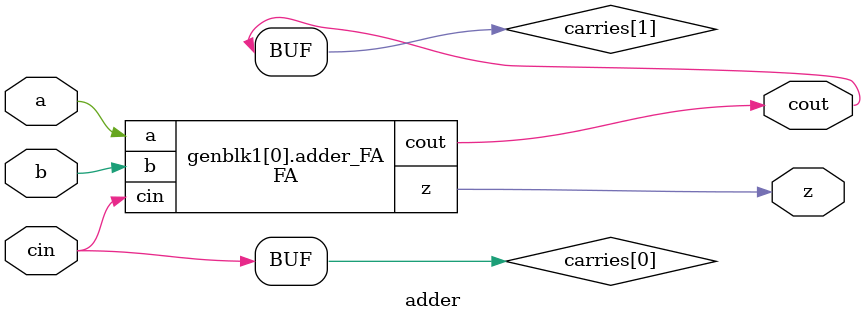
<source format=v>


module MSDAP_top(
input sclk, 
input dclk, 
input start, 
input reset, 
input frame, 
input inputL, 
input inputR, 
output inReady, 
output outReady, 
output outputL, 
output outputR
);

wire [3:0] state;
wire input_en;
wire clear;
wire zero_detect_L, zero_detect_R;
wire [15:0] new_data_L, new_data_R;
wire compute_en_L, compute_en_R;
wire new_data_ready_L, new_data_ready_R;
wire input_read_L, input_read_R;
wire [2:0] done_L, done_R;
wire [1:0] op_L, op_R;
wire [15:0] next_data_L, next_data_R;
wire [39:0] result_L, result_R;

MSDAP_state_controller controller ( 
.sclk(sclk),
.dclk(dclk),
.start(start),
.reset(reset),
.frame(frame),
.done_L(done_L),
.done_R(done_R),
.zero_detect_L(zero_detect_L),
.zero_detect_R(zero_detect_R),
.input_en(input_en),
.clear(clear),
.inReady(inReady),
.outReady(outReady),
.state(state)
);

//modules for LEFT channel
MSDAP_S2P input_module_L (
.sclk(sclk),
.dclk(dclk),
.input_en(input_en),
.clear(clear),
.data_in(inputL),
.input_read(input_read_L),
.new_data(new_data_L),
.new_data_ready(new_data_ready_L),
.zero_detect(zero_detect_L)
);


MSDAP_data_manager data_manager_L(
.sclk(sclk),
.frame(frame),
.state(state),
.new_data(new_data_L),
.new_data_ready(new_data_ready_L),
.clear(clear),
.done(done_L),
.compute_en(compute_en_L),
.input_read(input_read_L),
.op(op_L),
.next_data(next_data_L)
);

MSDAP_ALU ALU_L (
.sclk(sclk),
.compute_en(compute_en_L),
.clear(clear),
.op(op_L),
.next_data(next_data_L),
.result(result_L)
);

MSDAP_P2S output_module_L (
.sclk(sclk),
.clear(clear),
.result(result_L),
.outReady(outReady),
.out_bit(outputL)
);


//modules for RIGHT channel
MSDAP_S2P input_module_R (
.sclk(sclk),
.dclk(dclk),
.input_en(input_en),
.clear(clear),
.data_in(inputR),
.input_read(input_read_R),
.new_data(new_data_R),
.new_data_ready(new_data_ready_R),
.zero_detect(zero_detect_R)
);

MSDAP_data_manager data_manager_R (
.sclk(sclk),
.frame(frame),
.state(state),
.new_data(new_data_R),
.new_data_ready(new_data_ready_R),
.clear(clear),
.done(done_R),
.compute_en(compute_en_R),
.input_read(input_read_R),
.op(op_R),
.next_data(next_data_R)
);

MSDAP_ALU ALU_R (
.sclk(sclk),
.compute_en(compute_en_R),
.clear(clear),
.op(op_R),
.next_data(next_data_R),
.result(result_R)
);

MSDAP_P2S output_module_R (
.sclk(sclk),
.clear(clear),
.result(result_R),
.outReady(outReady),
.out_bit(outputR)
);
  
endmodule //end MSDAP_top


module MSDAP_state_controller( 
  input sclk,
  input dclk,
  input start,
  input reset,
  input frame,
  input [2:0] done_L, //done[0] = rj_done, done[1] = coeff_done, done[2] = computation_done
  input [2:0] done_R,
  input zero_detect_L,
  input zero_detect_R,
  
  output input_en,
  output clear,
  output inReady,
  output outReady,
  output reg [3:0] state
);

parameter
INITIALIZE = 0,
WAIT_RJ = 1,
READ_RJ = 2,
WAIT_COEFF = 3,
READ_COEFF = 4,
WAIT_INPUT = 5,
WORKING = 6,
CLEARING = 15,
SLEEP = 8;

parameter SLEEP_TIME = 800; //number of all 0 inputs before going to sleep

wire [3:0] input_count;
wire [5:0] output_count;
wire [9:0] sleep_count;
wire [8:0] clear_count;
reg [3:0] next_state;
wire [2:0] done;
wire zero_detect;
wire detector_reset;

assign done = done_L & done_R;
assign zero_detect = zero_detect_L & zero_detect_R;

//Registers to control inReady, outReady, and I/O counters
DFF input_en_DFF (.clk(sclk), .reset(clear), .D((|input_count) | (frame & inReady)), .Q(input_en));
DFF outReady_DFF (.clk(frame), .reset(clear | output_count == 41), .D(done[2] & state == 6), .Q(outReady));
DFF inReady_DFF  (.clk(sclk), .reset(clear), .D(~(state == INITIALIZE | state == CLEARING)), .Q(inReady));
DFF reset_detector_DFF (.clk(sclk), .reset(detector_reset), .D(start|reset), .Q(clear));
DFF detector_reset_DFF (.clk(~sclk), .reset(~clear), .D(clear), .Q(detector_reset));
//DFF detector_reset_DFF (.clk(~sclk), .reset(1'b0), .D(clear), .Q(detector_reset));

counter#(4) input_counter (.clk(dclk), .reset(clear), .enable(input_en), .count(input_count));

counter#(6) output_counter (.clk(sclk), .reset(clear | ~outReady), .enable(outReady), .count(output_count));

counter#(10) sleep_counter (.clk(input_en), .reset(clear | ~zero_detect), .enable(state == WORKING), .count(sleep_count));

counter#(9) clear_counter (.clk(sclk), .reset(clear), .enable(state == INITIALIZE | state == CLEARING), .count(clear_count));

//STATE MACHINE
/*
always@(posedge start) next_state <= INITIALIZE;

always@(posedge reset) begin
  if(state == WORKING || state == SLEEP || state == CLEARING)
    next_state <= CLEARING; //async reset only in states 6, 7, or 8
end
*/

always@(posedge sclk) begin
    /*if(start) 
      state <= INITIALIZE;  
  else if(reset)// & (state == WORKING | state == SLEEP | state == CLEARING))
    state <= CLEARING; //async reset only in states 6, 7, or 8
  else  */
  state <= next_state;
end

always@(state or start or reset or clear_count or frame or done or sleep_count or zero_detect) begin
            
      if(start)
        next_state = INITIALIZE;  
    else if(reset & (state == WORKING || state == SLEEP || state == CLEARING))
        next_state = CLEARING; //async reset only in states 6, 7, or 8
    
else case(state)
    INITIALIZE: begin
      if(clear_count == 511)
        next_state = WAIT_RJ;
    else next_state = INITIALIZE;    
    end
    
    WAIT_RJ: begin      
      if(frame) 
        next_state = READ_RJ;
        else next_state = WAIT_RJ;
    end
    
    READ_RJ: begin
      if(done[0]) //rj_done
        next_state = WAIT_COEFF; 
        else next_state = READ_RJ;                
    end
    
    WAIT_COEFF: begin     
      if(frame) 
        next_state = READ_COEFF;
        else next_state = WAIT_COEFF;
    end
    
    READ_COEFF: begin    
      if(done[1]) //coeff_done
        next_state = WAIT_INPUT;
        else next_state = READ_COEFF;
    end
    
    WAIT_INPUT: begin
      if(frame) //if the frame is high, a new input is ready to be read in
        next_state = WORKING;
        else next_state = WAIT_INPUT;
    end
    
    WORKING: begin
      if(sleep_count == SLEEP_TIME)
            next_state = SLEEP;
            else next_state = WORKING;                                             
    end
    
    CLEARING: begin    
      if(clear_count == 255) 
        next_state = WAIT_INPUT;
        else next_state = CLEARING;      
    end
    
    SLEEP: begin 
      if(~zero_detect)
        next_state = WORKING;
        else next_state = SLEEP;
    end           
  endcase     
end
  
endmodule //end MSDAP_state_controller



//module MSDAP_S2P is used to shift in new data 1 bit at a time (LSB first)
module MSDAP_S2P
(
  input sclk,
  input dclk,
  input input_en,
  input clear,
  input data_in,
  input input_read,
  output [15:0] new_data,
  output new_data_ready,
  output zero_detect //true when a zero input is received
);
//wire new_data_reset;
wire input_complete;
//wire new_data_delay;
wire [15:0] input_data;

//generate 16 DFFs to implement a S2P shift register
genvar i;
for(i = 0; i < 16; i=i+1)
begin : S2P
  DFF flop ( .clk(dclk & input_en), .reset(clear), .D(i == 15 ? data_in : input_data[i+1]), .Q(input_data[i]) );
end

DFF input_complete_DFF( .clk(~input_en), .reset(clear | input_read), .D(1'b1), .Q(input_complete) );
//DFF new_data_delay_DFF( .clk(~dclk), .reset(clear | new_data_reset), .D(input_complete), .Q(new_data_delay) );
DFF new_data_ready_DFF( .clk(sclk), .reset(clear), .D(input_complete), .Q(new_data_ready) );
//DFF new_data_reset_DFF( .clk(sclk), .reset(clear), .D(new_data_ready), .Q(new_data_reset) );
DFF zero_detect_DFF ( .clk(~dclk), .reset(clear), .D(input_data == 16'b0), .Q(zero_detect) );
register#(16) new_input_register ( .clk(new_data_ready), .reset(clear), .D(input_data), .Q(new_data) );
endmodule //end MSDAP_input

//structural description of data manager
module MSDAP_data_manager
(
  input sclk,
  input frame,
  input [3:0] state,
  input [15:0] new_data,
  input new_data_ready,
  input clear,
  
  output [2:0] done,
  output compute_en,
  output input_read,
  output [1:0] op, //op: 00 = ADD, 01 = SUB, 10 = SHIFT
  output [15:0] next_data
);

parameter NUM_RJ = 16;
parameter NUM_COEFF = 512; //assumed maximum number of coefficients
parameter ORDER = 256; //the order of the filter

parameter
INITIALIZE = 0,
WAIT_RJ = 1,
READ_RJ = 2,
WAIT_COEFF = 3,
READ_COEFF = 4,
WAIT_INPUT = 5,
WORKING = 6,
CLEARING = 15,
SLEEP = 8;

wire [3:0] rj_addr;
wire [8:0] coeff_addr;
wire [7:0] data_addr;
wire [7:0] n; //counts how many data inputs are received
wire [7:0] coeffs_processed;

wire [7:0] next_rj;
wire [8:0] next_coeff;
wire input_received;
wire new_data_input_ready;
wire coeff_en;
wire shift;

assign new_data_input_ready = state == INITIALIZE | state == CLEARING | (new_data_ready & state == WORKING & ~compute_en);

//rj memory: 8 bit words, 4 addr bits, 16 locations
memory#(8, 4, NUM_RJ) rj_mem (
.clk(sclk),
.new_data( state == READ_RJ ? new_data[7:0] : 8'b0 ), //describes mux
.r_w( state == INITIALIZE | (new_data_ready & state == READ_RJ) ),
.addr(rj_addr),
.data_out(next_rj) 
);

//coeff memory: 9 bit words, 9 addr bits, 512 locations
memory#(9, 9, NUM_COEFF) coeff_mem (
.clk(sclk),
.new_data( state == READ_COEFF ? new_data[8:0] : 9'b0 ),
.r_w( state == INITIALIZE | (new_data_ready & state == READ_COEFF) ),
.addr(coeff_addr),
.data_out(next_coeff)
);

//data memory: 16 bit words, 8 addr bits, 256 locations
memory#(16, 8, ORDER) data_mem (
.clk(~sclk),
.new_data( state == WORKING ? new_data : 16'b0 ),
.r_w( new_data_input_ready ),
.addr(new_data_input_ready ? n : data_addr),
.data_out(next_data)
);

//create address counters for the memories
counter#(4) rj_addr_counter (
.clk(sclk),
.reset(clear),
.enable(state == INITIALIZE | (state == READ_RJ & new_data_ready) | (compute_en & shift)),
.count(rj_addr)
);
   
counter#(9) coeff_addr_counter (
.clk(sclk),
.reset(clear),
.enable(state == INITIALIZE | (state == READ_COEFF & new_data_ready) | coeff_en),
.count(coeff_addr)
);
                            
counter#(8) coeffs_processed_counter (
.clk(sclk),
.reset(clear | shift),
.enable(coeff_en),
.count(coeffs_processed)
);

counter#(8) n_counter (
.clk(sclk),
.reset(clear),
.enable((state == INITIALIZE | state == CLEARING) | (input_read & state == WORKING)),
.count(n)
);

//perform subtraction (n-k) to get the relative address "data_addr"
//adder#(8) addr_adder ( .a(n), .b(~next_coeff[7:0]), .cin(1'b0), .z(data_addr), .cout() );
adder#(8) addr_adder ( .a(n), .b(~next_coeff[7:0]), .cin(1'b0), .z(data_addr), .cout() );

DFF shift_op0_DFF   ( .clk(~sclk), .reset(clear), .D(next_coeff[8]), .Q(op[0]) );
DFF shift_op1_DFF   ( .clk(~sclk), .reset(clear), .D(coeffs_processed == next_rj-1), .Q(shift) );
DFF shift_op1_delay ( .clk(~sclk), .reset(clear), .D(shift), .Q(op[1]) );
DFF rj_done_DFF    ( .clk(state == READ_RJ & new_data_ready), .reset(clear & state == INITIALIZE), .D(rj_addr == NUM_RJ-1), .Q(done[0]) );
DFF coeff_done_DFF ( .clk(state == READ_COEFF & new_data_ready), .reset(clear & state == INITIALIZE), .D(coeff_addr == NUM_COEFF-1), .Q(done[1]) );
//DFF computation_done_DFF ( .clk(~compute_en), .reset(clear | state == 8), .D(1'b1), .Q(done[2]) );
DFF computation_done_DFF ( .clk(~compute_en), .reset(clear | state == SLEEP), .D(state == WORKING), .Q(done[2]) );
DFF input_read_DFF ( .clk(~sclk), .reset(clear), .D(new_data_input_ready | (new_data_ready & (state == READ_RJ | state == READ_COEFF))), .Q(input_read) );

//DFF input_received_DFF ( .clk(new_data_ready & state == 6), .reset(clear | state == 8), .D(1'b1), .Q(input_received) );
DFF input_received_DFF ( .clk(new_data_ready), .reset(clear | state == SLEEP), .D(state == WORKING), .Q(input_received) );
//DFF coeff_en_delay_DFF ( .clk(~sclk), .reset(clear), .D(state == 6 & ((coeff_en_delay & coeff_addr != 0) | frame) & input_received & ~new_data_ready), .Q(coeff_en_delay) );
//DFF coeff_en_DFF   ( .clk(~sclk), .reset(clear), .D((coeff_en_delay & ~new_data_ready) & (coeff_addr != 0 | frame)), .Q(coeff_en) );
DFF coeff_en_DFF   ( .clk(~sclk), .reset(clear), .D(state == WORKING & ((coeff_en & coeff_addr != 0) | frame) & input_received), .Q(coeff_en) );
DFF compute_en_DFF ( .clk(~sclk), .reset(clear), .D(coeff_en), .Q(compute_en) );

endmodule //MSDAP_data_manager

//memory storage for RJ, coeff, and input data
module memory #(parameter DATA_WIDTH=8, parameter ADDR_WIDTH=8, parameter DEPTH=256)
(
input clk,
input [DATA_WIDTH-1:0] new_data,
input r_w, //0 = read, 1 = write
input [ADDR_WIDTH-1:0] addr,

output reg [DATA_WIDTH-1:0] data_out
);

reg [DATA_WIDTH-1:0] mem [DEPTH-1:0]; 

always@(posedge clk) begin
  if(r_w) //write
    mem[addr] <= new_data;
  else //read
    data_out <= mem[addr];

end
endmodule //memory


//arithmetic logic for convolution computation
module MSDAP_ALU(
input sclk,
input compute_en,
input clear,
input [1:0] op, //op: 00 = ADD, 01 = SUB, 10 = ADD & SHIFT, 11 = SUB & SHIFT
input [15:0] next_data, //the next piece of data to be processed
output [39:0] result
);

wire [14:0] xor_out;
wire sign_bit;
wire [39:0] sum_out;
wire [39:0] shift_out;
wire [39:0] accum_out;

assign xor_out = next_data ^ {15{op[0]}};
assign sign_bit = next_data[15] ^ op[0];
  
adder#(24) ALU_adder ( .a({ {9{sign_bit}}, xor_out }), .b(accum_out[39:16]), .cin(op[0]), .z(sum_out[39:16]), .cout() );

assign sum_out[15:0] = accum_out[15:0];

shifter_1b#(40) shifter ( .a(sum_out), .op(op[1]), .z(shift_out) ); //performs the shift when op[1] is true

register#(40) accumulator ( .clk(~sclk), .reset(clear), .D(shift_out & {40{compute_en}}), .Q(accum_out) );
register#(40) result_reg  ( .clk(~compute_en), .reset(clear), .D(accum_out), .Q(result) );

endmodule //end MSDAP_ALU


//module for sending output data serially on sclk (LSB first)
module MSDAP_P2S(
input sclk,
input clear,
input [39:0] result,
input outReady,
output out_bit
);

wire gated_clk;
wire load;
wire send_output;
DFF load_DFF (.clk(outReady), .reset(clear | send_output), .D(1'b1), .Q(load) );
DFF send_output_DFF (.clk(sclk), .reset(clear | ~outReady), .D(outReady), .Q(send_output) );
assign gated_clk = send_output & sclk; //only clock the P2S when loading or outputing

genvar i;
for(i = 0; i < 40; i=i+1)
begin : P2S
  wire dff_Q;
  wire mux_z;
  wire mux_a;
  
  if(i == 39) assign mux_a = 1'b0;
  else        assign mux_a = P2S[i+1].dff_Q;
  
  mux2 m (
  .a(mux_a),
  .b(result[i]),
  .sel(load),
  .z(mux_z)
  );
  
  DFF d (
  .clk(gated_clk),
  .reset(clear),
  .D(mux_z),
  .Q(dff_Q)
  );
end    
  assign out_bit = P2S[0].dff_Q;
endmodule //end MSDAP_P2S


//****LOW-LEVEL MODULES****

//variable length register with synchronous reset
module register #(parameter WIDTH = 1)
(
  input clk,
  input reset,
  input [WIDTH-1:0] D,
  
  output [WIDTH-1:0] Q
);
genvar i;
for(i = 0; i < WIDTH; i=i+1)
  DFF reg_dff ( .clk(clk), .reset(reset), .D(D[i]), .Q(Q[i]) );

endmodule //register

//D-flip flop with asynchronous reset
module DFF
(
  input clk,
  input reset,
  input D,
  output reg Q
);
always@(posedge clk, posedge reset) begin
  if(reset)
    Q <= 1'b0;
  else Q <= D;
end
endmodule //DFF

module shifter_1b #(parameter WIDTH = 1)
(
  input [WIDTH-1:0] a,
  input op,
  output [WIDTH-1:0] z
);
genvar i;
for(i = 0; i < WIDTH-1; i=i+1) //generate mux2's to implement the shift function
  mux2 shift_mux ( .a(a[i]), .b(a[i+1]), .sel(op), .z(z[i]) );
assign z[WIDTH-1] = a[WIDTH-1]; //always preserve the sign bit
endmodule //shifter_1b

module counter #(parameter WIDTH = 1)
(
  input clk,
  input reset,
  input enable,
  
  output [WIDTH-1:0] count 
);
genvar i;
for(i = 0; i < WIDTH; i=i+1) //create a series of DFFs that implements a n-bit counter
begin : count_flops
  wire flop_enable;
  if(i == 0)  assign flop_enable = enable; 
  else assign flop_enable = count_flops[i-1].flop_enable & count[i-1];
  
  DFF flop ( .clk(clk), .reset(reset), .D( flop_enable ^ count[i] ), .Q(count[i]) );
  
end
endmodule //counter

//2-input multiplexer
//if sel = 0, outputs a
//if sel = 1, outputs b
module mux2 (input a, input b, input sel, output z);
  assign z = ( sel ? b : a );  
endmodule //mux2

module FA (input a, input b, input cin, output z, output cout);
  assign z = a ^ b ^ cin;
  assign cout = (a&b) | (b&cin) | (a&cin);
endmodule //FA

module adder #(parameter WIDTH = 1)
(
  input [WIDTH-1:0] a,
  input [WIDTH-1:0] b,
  input cin,
  output [WIDTH-1:0] z,
  output cout  
);
wire carries [WIDTH:0];
assign carries[0] = cin;

genvar i;
for(i = 0; i < WIDTH; i=i+1)
  FA adder_FA ( .a(a[i]), .b(b[i]), .cin(carries[i]), .z(z[i]), .cout(carries[i+1]) );

assign cout = carries[WIDTH];
  
endmodule //adder
</source>
